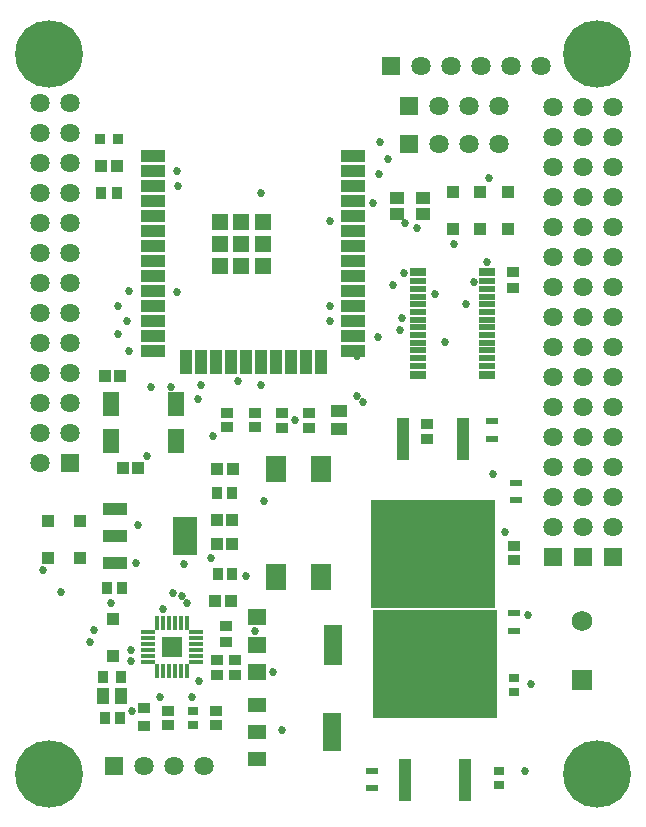
<source format=gts>
G04*
G04 #@! TF.GenerationSoftware,Altium Limited,Altium Designer,20.1.14 (287)*
G04*
G04 Layer_Color=8388736*
%FSLAX24Y24*%
%MOIN*%
G70*
G04*
G04 #@! TF.SameCoordinates,D1A17965-E816-498F-87AB-38A2C5CE3A16*
G04*
G04*
G04 #@! TF.FilePolarity,Negative*
G04*
G01*
G75*
%ADD22R,0.0354X0.0295*%
%ADD31R,0.0591X0.1299*%
%ADD32R,0.0591X0.0472*%
%ADD48R,0.0385X0.0227*%
%ADD49R,0.0385X0.0345*%
%ADD50R,0.0837X0.0404*%
%ADD51R,0.0404X0.0837*%
%ADD52R,0.0574X0.0574*%
%ADD53R,0.0365X0.0404*%
%ADD54R,0.0424X0.0404*%
%ADD55R,0.0404X0.0345*%
%ADD56R,0.0424X0.1428*%
%ADD57R,0.4125X0.3593*%
%ADD58R,0.0404X0.0444*%
%ADD59R,0.0562X0.0798*%
%ADD60R,0.0680X0.0908*%
%ADD61R,0.0680X0.0916*%
%ADD62R,0.0404X0.0365*%
%ADD63R,0.0562X0.0444*%
%ADD64R,0.0641X0.1349*%
%ADD65R,0.0641X0.0522*%
%ADD66R,0.0345X0.0404*%
%ADD67R,0.0345X0.0385*%
%ADD68R,0.0326X0.0404*%
%ADD69R,0.0404X0.0326*%
%ADD70R,0.0483X0.0444*%
%ADD71R,0.0582X0.0207*%
%ADD72R,0.0582X0.0286*%
%ADD73R,0.0465X0.0168*%
%ADD74R,0.0168X0.0465*%
%ADD75R,0.0650X0.0650*%
%ADD76R,0.0798X0.0404*%
%ADD77R,0.0798X0.1310*%
%ADD78R,0.0424X0.0424*%
%ADD79R,0.0365X0.0365*%
%ADD80R,0.0444X0.0562*%
%ADD81C,0.0641*%
%ADD82R,0.0641X0.0641*%
%ADD83R,0.0641X0.0641*%
%ADD84C,0.0680*%
%ADD85R,0.0680X0.0680*%
%ADD86C,0.2250*%
%ADD87C,0.0270*%
D22*
X29150Y14486D02*
D03*
Y14014D02*
D03*
X28650Y10914D02*
D03*
Y11386D02*
D03*
X18455Y12916D02*
D03*
Y13388D02*
D03*
D31*
X23090Y12694D02*
D03*
D32*
X20570Y11789D02*
D03*
Y12694D02*
D03*
Y13600D02*
D03*
D48*
X29200Y20405D02*
D03*
Y20995D02*
D03*
X29150Y16055D02*
D03*
Y16645D02*
D03*
X24400Y11395D02*
D03*
Y10805D02*
D03*
X28400Y22455D02*
D03*
Y23045D02*
D03*
D49*
X29100Y28006D02*
D03*
Y27494D02*
D03*
X19550Y15694D02*
D03*
Y16206D02*
D03*
X19230Y14589D02*
D03*
Y15100D02*
D03*
X19830Y15100D02*
D03*
Y14589D02*
D03*
D50*
X17100Y31900D02*
D03*
Y31400D02*
D03*
Y30900D02*
D03*
Y30400D02*
D03*
Y29900D02*
D03*
Y29400D02*
D03*
Y28900D02*
D03*
Y28400D02*
D03*
Y27900D02*
D03*
Y27400D02*
D03*
Y26900D02*
D03*
Y26400D02*
D03*
Y25900D02*
D03*
Y25400D02*
D03*
X23793D02*
D03*
Y25900D02*
D03*
Y26400D02*
D03*
Y26900D02*
D03*
Y27400D02*
D03*
Y27900D02*
D03*
Y28400D02*
D03*
Y28900D02*
D03*
Y29400D02*
D03*
Y29900D02*
D03*
Y30400D02*
D03*
Y30900D02*
D03*
Y31400D02*
D03*
Y31900D02*
D03*
D51*
X18196Y25006D02*
D03*
X18696D02*
D03*
X19196D02*
D03*
X19696D02*
D03*
X20196D02*
D03*
X20696D02*
D03*
X21196D02*
D03*
X21696D02*
D03*
X22196D02*
D03*
X22696D02*
D03*
D52*
X19330Y29670D02*
D03*
X20053D02*
D03*
X20775D02*
D03*
X19330Y28947D02*
D03*
X20053D02*
D03*
X20775D02*
D03*
X19330Y28225D02*
D03*
X20053D02*
D03*
X20775D02*
D03*
D53*
X16069Y17492D02*
D03*
X15576D02*
D03*
X15996Y13150D02*
D03*
X15504D02*
D03*
D54*
X15763Y15211D02*
D03*
Y16451D02*
D03*
X28950Y29453D02*
D03*
Y30693D02*
D03*
X28025Y29453D02*
D03*
Y30693D02*
D03*
X27100Y29453D02*
D03*
Y30693D02*
D03*
X14663Y18481D02*
D03*
Y19721D02*
D03*
X13613Y18481D02*
D03*
Y19721D02*
D03*
D55*
X29150Y18900D02*
D03*
Y18428D02*
D03*
X26250Y22936D02*
D03*
Y22464D02*
D03*
X19567Y23317D02*
D03*
Y22845D02*
D03*
X20517Y23311D02*
D03*
Y22839D02*
D03*
X17605Y12916D02*
D03*
Y13388D02*
D03*
D56*
X27450Y22450D02*
D03*
X25450D02*
D03*
X25500Y11100D02*
D03*
X27500D02*
D03*
D57*
X26450Y18611D02*
D03*
X26500Y14939D02*
D03*
D58*
X15906Y31550D02*
D03*
X15394D02*
D03*
X19756Y19750D02*
D03*
X19244D02*
D03*
X19188Y17050D02*
D03*
X19700D02*
D03*
X19244Y18950D02*
D03*
X19756D02*
D03*
X19765Y21450D02*
D03*
X19254D02*
D03*
D59*
X15717Y23630D02*
D03*
Y22370D02*
D03*
X17883Y23630D02*
D03*
Y22370D02*
D03*
D60*
X22700Y17841D02*
D03*
X21200D02*
D03*
D61*
X22700Y21459D02*
D03*
X21200D02*
D03*
D62*
X21417Y22829D02*
D03*
Y23321D02*
D03*
X22317Y22829D02*
D03*
Y23321D02*
D03*
X19205Y13398D02*
D03*
Y12906D02*
D03*
D63*
X23317Y22780D02*
D03*
Y23370D02*
D03*
D64*
X23100Y15600D02*
D03*
D65*
X20580Y14694D02*
D03*
Y15600D02*
D03*
Y16506D02*
D03*
D66*
X19264Y17950D02*
D03*
X19736D02*
D03*
X19259Y20650D02*
D03*
X19732D02*
D03*
D67*
X15394Y30650D02*
D03*
X15906D02*
D03*
D68*
X16041Y14534D02*
D03*
X15450D02*
D03*
D69*
X16805Y12880D02*
D03*
Y13470D02*
D03*
D70*
X26100Y29950D02*
D03*
Y30501D02*
D03*
X25250Y29950D02*
D03*
Y30501D02*
D03*
D71*
X28252Y27196D02*
D03*
Y27452D02*
D03*
Y27707D02*
D03*
Y26940D02*
D03*
Y26684D02*
D03*
X25948D02*
D03*
Y26940D02*
D03*
Y27707D02*
D03*
Y27452D02*
D03*
Y27196D02*
D03*
Y26428D02*
D03*
Y26172D02*
D03*
Y25916D02*
D03*
Y25660D02*
D03*
Y24893D02*
D03*
Y25148D02*
D03*
Y25404D02*
D03*
X28252D02*
D03*
Y25148D02*
D03*
Y24893D02*
D03*
Y25660D02*
D03*
Y25916D02*
D03*
Y26172D02*
D03*
Y26428D02*
D03*
D72*
X25948Y28003D02*
D03*
Y24597D02*
D03*
X28252D02*
D03*
Y28003D02*
D03*
D73*
X18561Y16019D02*
D03*
X16946D02*
D03*
Y15822D02*
D03*
Y15625D02*
D03*
Y15428D02*
D03*
Y15231D02*
D03*
Y15034D02*
D03*
X18561D02*
D03*
Y15231D02*
D03*
Y15428D02*
D03*
Y15625D02*
D03*
Y15822D02*
D03*
D74*
X17261Y14719D02*
D03*
X17458D02*
D03*
X17655D02*
D03*
X17852D02*
D03*
X18049D02*
D03*
X18246D02*
D03*
X18049Y16334D02*
D03*
X17852D02*
D03*
X17655D02*
D03*
X17458D02*
D03*
X17261D02*
D03*
X18246D02*
D03*
D75*
X17753Y15526D02*
D03*
D76*
X15843Y20135D02*
D03*
Y19230D02*
D03*
Y18324D02*
D03*
D77*
X18166Y19230D02*
D03*
D78*
X16596Y21500D02*
D03*
X16104D02*
D03*
X15996Y24550D02*
D03*
X15504D02*
D03*
D79*
X15355Y32450D02*
D03*
X15945D02*
D03*
D80*
X16041Y13884D02*
D03*
X15450D02*
D03*
D81*
X30050Y34900D02*
D03*
X29050D02*
D03*
X28050D02*
D03*
X27050D02*
D03*
X26050D02*
D03*
X32458Y33504D02*
D03*
Y32504D02*
D03*
Y31504D02*
D03*
Y30504D02*
D03*
Y29504D02*
D03*
Y28504D02*
D03*
Y27504D02*
D03*
Y26504D02*
D03*
Y25504D02*
D03*
Y24504D02*
D03*
Y23504D02*
D03*
Y22504D02*
D03*
Y21504D02*
D03*
Y20504D02*
D03*
Y19504D02*
D03*
X31458Y33504D02*
D03*
Y32504D02*
D03*
Y31504D02*
D03*
Y30504D02*
D03*
Y29504D02*
D03*
Y28504D02*
D03*
Y27504D02*
D03*
Y26504D02*
D03*
Y25504D02*
D03*
Y24504D02*
D03*
Y23504D02*
D03*
Y22504D02*
D03*
Y21504D02*
D03*
Y20504D02*
D03*
Y19504D02*
D03*
X30458Y33504D02*
D03*
Y32504D02*
D03*
Y31504D02*
D03*
Y30504D02*
D03*
Y29504D02*
D03*
Y28504D02*
D03*
Y27504D02*
D03*
Y26504D02*
D03*
Y25504D02*
D03*
Y24504D02*
D03*
Y23504D02*
D03*
Y22504D02*
D03*
Y21504D02*
D03*
Y20504D02*
D03*
Y19504D02*
D03*
X26650Y33550D02*
D03*
X27650D02*
D03*
X28650D02*
D03*
X13350Y21650D02*
D03*
X14350Y22650D02*
D03*
X13350D02*
D03*
X14350Y23650D02*
D03*
X13350D02*
D03*
X14350Y24650D02*
D03*
X13350D02*
D03*
X14350Y25650D02*
D03*
X13350D02*
D03*
X14350Y26650D02*
D03*
X13350D02*
D03*
X14350Y27650D02*
D03*
X13350D02*
D03*
X14350Y28650D02*
D03*
X13350D02*
D03*
X14350Y29650D02*
D03*
X13350D02*
D03*
X14350Y30650D02*
D03*
X13350D02*
D03*
X14350Y31650D02*
D03*
X13350D02*
D03*
X14350Y32650D02*
D03*
X13350D02*
D03*
X14350Y33650D02*
D03*
X13350D02*
D03*
X18800Y11550D02*
D03*
X17800D02*
D03*
X16800D02*
D03*
X28650Y32300D02*
D03*
X27650D02*
D03*
X26650D02*
D03*
D82*
X25050Y34900D02*
D03*
X25650Y33550D02*
D03*
X15800Y11550D02*
D03*
X25650Y32300D02*
D03*
D83*
X32458Y18504D02*
D03*
X31458D02*
D03*
X30458D02*
D03*
X14350Y21650D02*
D03*
D84*
X31400Y16384D02*
D03*
D85*
Y14416D02*
D03*
D86*
X31900Y11300D02*
D03*
Y35300D02*
D03*
X13650D02*
D03*
Y11300D02*
D03*
D87*
X17950Y30900D02*
D03*
X16300Y25400D02*
D03*
X15950Y25950D02*
D03*
X24650Y31300D02*
D03*
X24604Y25857D02*
D03*
X18700Y24250D02*
D03*
X20700D02*
D03*
X23000Y26400D02*
D03*
X19950Y24386D02*
D03*
X23900Y25216D02*
D03*
X18627Y23773D02*
D03*
X15929Y26898D02*
D03*
X17909Y31398D02*
D03*
X24445Y30317D02*
D03*
X25350Y26100D02*
D03*
X17700Y24200D02*
D03*
X17900Y27350D02*
D03*
X22997Y29703D02*
D03*
X16300Y27400D02*
D03*
X23000Y26900D02*
D03*
X16250Y26400D02*
D03*
X20700Y30650D02*
D03*
X25925Y29500D02*
D03*
X25506Y29644D02*
D03*
X27140Y28965D02*
D03*
X27800Y27700D02*
D03*
X17779Y17321D02*
D03*
X17450Y16800D02*
D03*
X16376Y15415D02*
D03*
X18259Y17000D02*
D03*
X16363Y15061D02*
D03*
X18073Y17227D02*
D03*
X17050Y24200D02*
D03*
X16600Y19600D02*
D03*
X16900Y21900D02*
D03*
X15700Y17000D02*
D03*
X14050Y17350D02*
D03*
X19050Y18500D02*
D03*
X18150Y18300D02*
D03*
X24692Y32359D02*
D03*
X24950Y31800D02*
D03*
X13450Y18100D02*
D03*
X28302Y31152D02*
D03*
X16400Y13400D02*
D03*
X28250Y28350D02*
D03*
X28450Y21300D02*
D03*
X28850Y19350D02*
D03*
X29600Y16600D02*
D03*
X29700Y14300D02*
D03*
X29500Y11400D02*
D03*
X25100Y27600D02*
D03*
X27550Y26950D02*
D03*
X25400Y26500D02*
D03*
X26850Y25700D02*
D03*
X25474Y27999D02*
D03*
X26499Y27301D02*
D03*
X23900Y23900D02*
D03*
X21850Y23097D02*
D03*
X19100Y22550D02*
D03*
X20800Y20400D02*
D03*
X24110Y23700D02*
D03*
X20200Y17900D02*
D03*
X16541Y18324D02*
D03*
X15013Y15689D02*
D03*
X17350Y13850D02*
D03*
X21103Y14698D02*
D03*
X18654Y14371D02*
D03*
X20500Y16050D02*
D03*
X21400Y12750D02*
D03*
X18400Y13850D02*
D03*
X15130Y16088D02*
D03*
M02*

</source>
